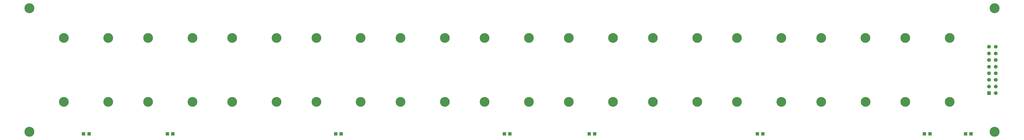
<source format=gbr>
%TF.GenerationSoftware,KiCad,Pcbnew,9.0.2*%
%TF.CreationDate,2025-07-25T15:19:20+08:00*%
%TF.ProjectId,accum_pcb_under,61636375-6d5f-4706-9362-5f756e646572,rev?*%
%TF.SameCoordinates,Original*%
%TF.FileFunction,Soldermask,Bot*%
%TF.FilePolarity,Negative*%
%FSLAX46Y46*%
G04 Gerber Fmt 4.6, Leading zero omitted, Abs format (unit mm)*
G04 Created by KiCad (PCBNEW 9.0.2) date 2025-07-25 15:19:20*
%MOMM*%
%LPD*%
G01*
G04 APERTURE LIST*
G04 Aperture macros list*
%AMRoundRect*
0 Rectangle with rounded corners*
0 $1 Rounding radius*
0 $2 $3 $4 $5 $6 $7 $8 $9 X,Y pos of 4 corners*
0 Add a 4 corners polygon primitive as box body*
4,1,4,$2,$3,$4,$5,$6,$7,$8,$9,$2,$3,0*
0 Add four circle primitives for the rounded corners*
1,1,$1+$1,$2,$3*
1,1,$1+$1,$4,$5*
1,1,$1+$1,$6,$7*
1,1,$1+$1,$8,$9*
0 Add four rect primitives between the rounded corners*
20,1,$1+$1,$2,$3,$4,$5,0*
20,1,$1+$1,$4,$5,$6,$7,0*
20,1,$1+$1,$6,$7,$8,$9,0*
20,1,$1+$1,$8,$9,$2,$3,0*%
G04 Aperture macros list end*
%ADD10C,4.403200*%
%ADD11RoundRect,0.101600X0.675000X0.675000X-0.675000X0.675000X-0.675000X-0.675000X0.675000X-0.675000X0*%
%ADD12RoundRect,0.101600X-0.675000X-0.675000X0.675000X-0.675000X0.675000X0.675000X-0.675000X0.675000X0*%
%ADD13C,4.503200*%
%ADD14RoundRect,0.283867X0.567733X-0.567733X0.567733X0.567733X-0.567733X0.567733X-0.567733X-0.567733X0*%
%ADD15C,1.703200*%
G04 APERTURE END LIST*
D10*
%TO.C,*%
X507381782Y-225121090D03*
%TD*%
%TO.C,*%
X126914767Y-196175590D03*
%TD*%
%TO.C,*%
X203007448Y-196176090D03*
%TD*%
%TO.C,*%
X393241100Y-196183590D03*
%TD*%
D11*
%TO.C,J5_1*%
X517083115Y-239613590D03*
%TD*%
D10*
%TO.C,*%
X355195115Y-225120090D03*
%TD*%
D12*
%TO.C,J7_1*%
X344406115Y-239613590D03*
%TD*%
%TO.C,J1_2*%
X118236115Y-239613590D03*
%TD*%
D13*
%TO.C,H3*%
X91248115Y-238621590D03*
%TD*%
D10*
%TO.C,*%
X182962144Y-225114090D03*
%TD*%
%TO.C,*%
X279101115Y-196179090D03*
%TD*%
%TO.C,*%
X259055811Y-225115090D03*
%TD*%
%TO.C,*%
X241054826Y-225113590D03*
%TD*%
D11*
%TO.C,J8_1*%
X498503115Y-239613590D03*
%TD*%
D10*
%TO.C,*%
X431288478Y-225121090D03*
%TD*%
%TO.C,*%
X507381782Y-196188090D03*
%TD*%
%TO.C,*%
X469335130Y-225122590D03*
%TD*%
%TO.C,*%
X335149085Y-196182090D03*
%TD*%
%TO.C,*%
X221008796Y-196177590D03*
%TD*%
D11*
%TO.C,J8_2*%
X496003115Y-239613590D03*
%TD*%
D10*
%TO.C,*%
X355194752Y-196182090D03*
%TD*%
%TO.C,*%
X144915796Y-225112590D03*
%TD*%
D12*
%TO.C,J3_2*%
X232244115Y-239613590D03*
%TD*%
%TO.C,J1_1*%
X115736115Y-239613590D03*
%TD*%
D10*
%TO.C,*%
X241054463Y-196177590D03*
%TD*%
D11*
%TO.C,J2_1*%
X156114115Y-239613590D03*
%TD*%
D10*
%TO.C,*%
X106869100Y-196175590D03*
%TD*%
%TO.C,*%
X487336115Y-196188090D03*
%TD*%
D11*
%TO.C,J5_2*%
X514583115Y-239613590D03*
%TD*%
D10*
%TO.C,*%
X221009159Y-225113590D03*
%TD*%
%TO.C,*%
X297102463Y-196180590D03*
%TD*%
%TO.C,*%
X411242448Y-196185090D03*
%TD*%
%TO.C,*%
X106869463Y-225113590D03*
%TD*%
%TO.C,*%
X373195433Y-196183590D03*
%TD*%
%TO.C,*%
X317148130Y-196180590D03*
%TD*%
%TO.C,*%
X297102463Y-225113590D03*
%TD*%
D12*
%TO.C,J7_2*%
X346906115Y-239613590D03*
%TD*%
D10*
%TO.C,*%
X126915130Y-225113590D03*
%TD*%
%TO.C,*%
X431288115Y-196185090D03*
%TD*%
%TO.C,*%
X393241463Y-225121590D03*
%TD*%
%TO.C,*%
X259055448Y-196179090D03*
%TD*%
%TO.C,*%
X335149448Y-225120090D03*
%TD*%
%TO.C,*%
X164961100Y-196174590D03*
%TD*%
D11*
%TO.C,J4_1*%
X422924115Y-239613590D03*
%TD*%
D10*
%TO.C,*%
X487336115Y-225121090D03*
%TD*%
%TO.C,*%
X449289463Y-225122590D03*
%TD*%
%TO.C,*%
X203007811Y-225114090D03*
%TD*%
%TO.C,*%
X144915433Y-196174590D03*
%TD*%
D12*
%TO.C,J6_1*%
X306039115Y-239613590D03*
%TD*%
%TO.C,J6_2*%
X308539115Y-239613590D03*
%TD*%
D10*
%TO.C,*%
X469334767Y-196186590D03*
%TD*%
D13*
%TO.C,H1*%
X527722115Y-238621590D03*
%TD*%
D11*
%TO.C,J4_2*%
X420424115Y-239613590D03*
%TD*%
D10*
%TO.C,*%
X317148130Y-225113590D03*
%TD*%
D12*
%TO.C,J3_1*%
X229744115Y-239613590D03*
%TD*%
D13*
%TO.C,H4*%
X527722115Y-182686590D03*
%TD*%
D14*
%TO.C,J9*%
X525212115Y-221154463D03*
D15*
X525212115Y-218154463D03*
X525212115Y-215154463D03*
X525212115Y-212154463D03*
X525212115Y-209154463D03*
X525212115Y-206154463D03*
X525212115Y-203154463D03*
X525212115Y-200154463D03*
X528212115Y-221154463D03*
X528212115Y-218154463D03*
X528212115Y-215154463D03*
X528212115Y-212154463D03*
X528212115Y-209154463D03*
X528212115Y-206154463D03*
X528212115Y-203154463D03*
X528212115Y-200154463D03*
%TD*%
D10*
%TO.C,*%
X411242811Y-225121090D03*
%TD*%
%TO.C,*%
X373195796Y-225121590D03*
%TD*%
%TO.C,*%
X449289100Y-196186590D03*
%TD*%
D11*
%TO.C,J2_2*%
X153614115Y-239613590D03*
%TD*%
D13*
%TO.C,H2*%
X91240115Y-182686590D03*
%TD*%
D10*
%TO.C,*%
X182961781Y-196176090D03*
%TD*%
%TO.C,*%
X279101478Y-225115090D03*
%TD*%
%TO.C,*%
X164961463Y-225112590D03*
%TD*%
M02*

</source>
